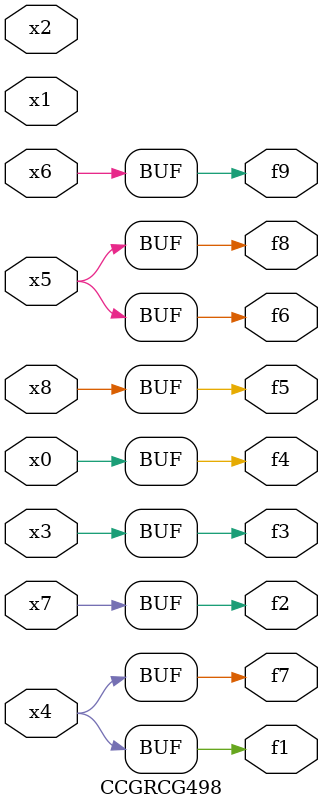
<source format=v>
module CCGRCG498(
	input x0, x1, x2, x3, x4, x5, x6, x7, x8,
	output f1, f2, f3, f4, f5, f6, f7, f8, f9
);
	assign f1 = x4;
	assign f2 = x7;
	assign f3 = x3;
	assign f4 = x0;
	assign f5 = x8;
	assign f6 = x5;
	assign f7 = x4;
	assign f8 = x5;
	assign f9 = x6;
endmodule

</source>
